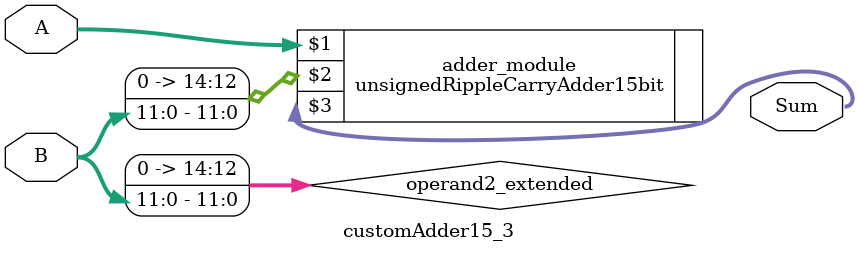
<source format=v>

module customAdder15_3(
                    input [14 : 0] A,
                    input [11 : 0] B,
                    
                    output [15 : 0] Sum
            );

    wire [14 : 0] operand2_extended;
    
    assign operand2_extended =  {3'b0, B};
    
    unsignedRippleCarryAdder15bit adder_module(
        A,
        operand2_extended,
        Sum
    );
    
endmodule
        
</source>
